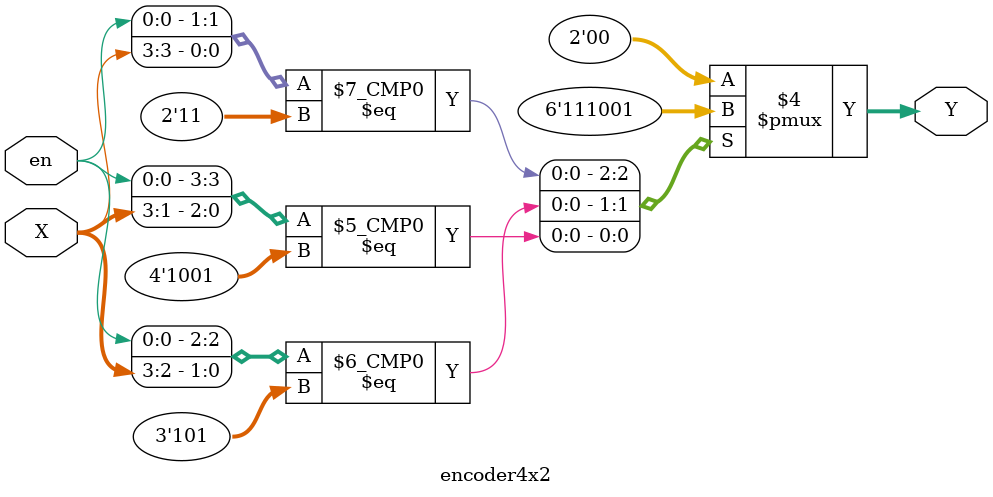
<source format=v>
`timescale 1ns / 1ps

//4 bit priority encode, implemented with casex statement
module encoder4x2(
    input [3:0] X,
    input en,
    output reg [1:0] Y
    );
    
    always @*
        casex({en, X})
            5'b11???: Y = 11;
            5'b101??: Y = 10;
            5'b1001?: Y = 01;
            5'b10001: Y = 00;
            default: Y = 00;
        endcase
    
endmodule
</source>
